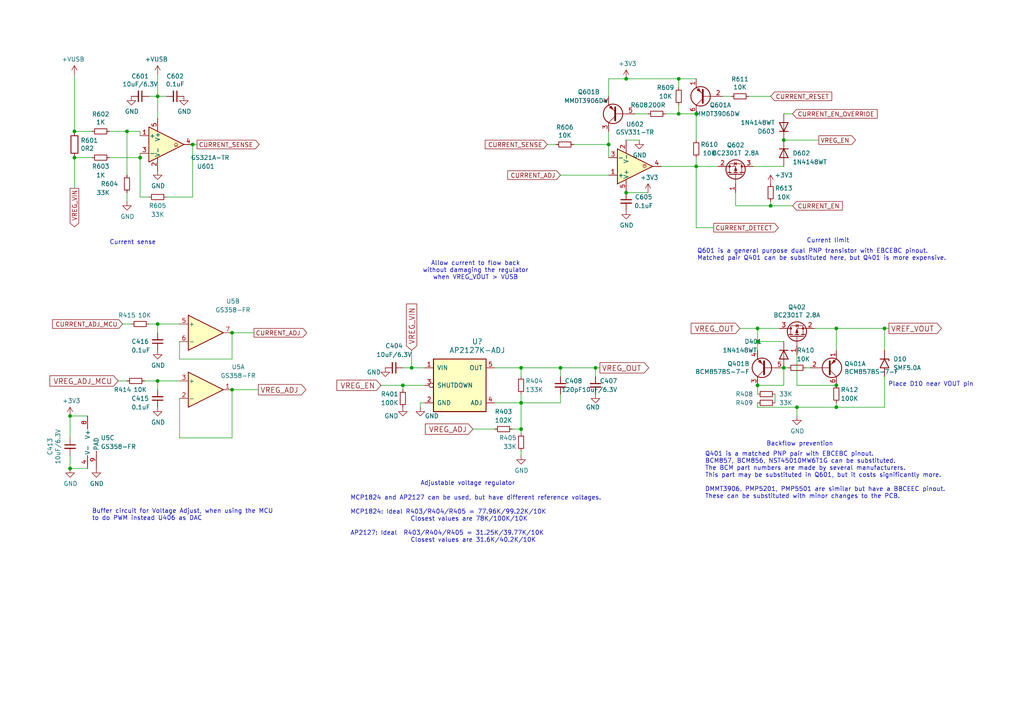
<source format=kicad_sch>
(kicad_sch (version 20250114) (generator "eeschema") (generator_version "9.0")
  (paper "A4")
  (lib_symbols
    (symbol "Amplifier_Operational:LM358_DFN" (pin_names (offset 0.127))
      (property "Reference" "U" (at 0 5.08 0))
      (property "Value" "LM358_DFN" (at 0 -5.08 0))
      (symbol "LM358_DFN_1_1"
        (pin input line (at -7.62 2.54 0) (length 2.54) (name "+") (number "3"))
        (pin input line (at -7.62 -2.54 0) (length 2.54) (name "-") (number "2"))
        (pin output line (at 7.62 0 180) (length 2.54) (name "~") (number "1"))
      )
      (symbol "LM358_DFN_2_1"
        (pin input line (at -7.62 2.54 0) (length 2.54) (name "+") (number "5"))
        (pin input line (at -7.62 -2.54 0) (length 2.54) (name "-") (number "6"))
        (pin output line (at 7.62 0 180) (length 2.54) (name "~") (number "7"))
      )
      (symbol "LM358_DFN_3_1"
        (pin power_in line (at -2.54 7.62 270) (length 3.81) (name "V+") (number "8"))
        (pin power_in line (at -2.54 -7.62 90) (length 3.81) (name "V-") (number "4"))
        (pin power_in line (at 0 -7.62 90) (length 5.08) (name "PAD") (number "9"))
      )
    )
    (symbol "BusPirate-5-rev10-rescue:+3.3V-power" (power) (pin_names (offset 0))
      (property "Value" "+3.3V-power" (at 0 3.556 0))
      (symbol "+3.3V-power_1_1"
        (pin power_in line (at 0 0 90) (length 0) (hide yes) (name "+3V3") (number "1"))
      )
    )
    (symbol "Comparator:LMV331" (pin_names (offset 0.127))
      (property "Reference" "U" (at 1.27 5.08 0))
      (property "Value" "LMV331" (at 3.81 -5.08 0))
      (symbol "LMV331_1_1"
        (pin input line (at -7.62 2.54 0) (length 2.54) (name "+") (number "1"))
        (pin input line (at -7.62 -2.54 0) (length 2.54) (name "-") (number "3"))
        (pin power_in line (at -2.54 7.62 270) (length 3.81) (name "V+") (number "5"))
        (pin power_in line (at -2.54 -7.62 90) (length 3.81) (name "V-") (number "2"))
        (pin open_collector line (at 7.62 0 180) (length 2.54) (name "~") (number "4"))
      )
    )
    (symbol "Device:C_Small" (pin_numbers (hide yes)) (pin_names (offset 0.254) (hide yes))
      (property "Reference" "C" (at 0.254 1.778 0))
      (property "Value" "C_Small" (at 0.254 -2.032 0))
      (symbol "C_Small_1_1"
        (pin passive line (at 0 2.54 270) (length 2.032) (name "~") (number "1"))
        (pin passive line (at 0 -2.54 90) (length 2.032) (name "~") (number "2"))
      )
    )
    (symbol "Device:R" (pin_numbers (hide yes)) (pin_names (offset 0))
      (property "Reference" "R" (at 2.032 0 90))
      (property "Value" "R" (at 0 0 90))
      (symbol "R_1_1"
        (pin passive line (at 0 3.81 270) (length 1.27) (name "~") (number "1"))
        (pin passive line (at 0 -3.81 90) (length 1.27) (name "~") (number "2"))
      )
    )
    (symbol "Device:R_Small" (pin_numbers (hide yes)) (pin_names (offset 0.254) (hide yes))
      (property "Reference" "R" (at 0.762 0.508 0))
      (property "Value" "R_Small" (at 0.762 -1.016 0))
      (symbol "R_Small_1_1"
        (pin passive line (at 0 2.54 270) (length 0.762) (name "~") (number "1"))
        (pin passive line (at 0 -2.54 90) (length 0.762) (name "~") (number "2"))
      )
    )
    (symbol "Diode:1N4148WS" (pin_numbers (hide yes)) (pin_names (hide yes))
      (property "Reference" "D" (at 0 2.54 0))
      (property "Value" "1N4148WS" (at 0 -2.54 0))
      (symbol "1N4148WS_1_1"
        (pin passive line (at -3.81 0 0) (length 2.54) (name "K") (number "1"))
        (pin passive line (at 3.81 0 180) (length 2.54) (name "A") (number "2"))
      )
    )
    (symbol "Diode:SMAJ5.0A" (pin_numbers (hide yes)) (pin_names (offset 1.016) (hide yes))
      (property "Reference" "D" (at 0 2.54 0))
      (property "Value" "SMAJ5.0A" (at 0 -2.54 0))
      (symbol "SMAJ5.0A_1_1"
        (pin passive line (at -3.81 0 0) (length 2.54) (name "A1") (number "1"))
        (pin passive line (at 3.81 0 180) (length 2.54) (name "A2") (number "2"))
      )
    )
    (symbol "Transistor_FET:BSS84" (pin_names (hide yes))
      (property "Reference" "Q" (at 5.08 1.905 0))
      (property "Value" "BSS84" (at 5.08 0 0))
      (symbol "BSS84_1_1"
        (pin input line (at -5.08 0 0) (length 2.54) (name "G") (number "1"))
        (pin passive line (at 2.54 5.08 270) (length 2.54) (name "D") (number "3"))
        (pin passive line (at 2.54 -5.08 90) (length 2.54) (name "S") (number "2"))
      )
    )
    (symbol "dp-power:+VUSB" (power) (pin_names (offset 1.016))
      (property "Value" "+VUSB" (at 0 5.08 0))
      (symbol "+VUSB_1_1"
        (pin power_in line (at 0 0 90) (length 0) (hide yes) (name "+VUSB") (number "1"))
      )
    )
    (symbol "dp-vreg:MCP1824" (pin_names (offset 1.016))
      (property "Reference" "U" (at 0 12.7 0))
      (property "Value" "MCP1824" (at 0 10.16 0))
      (symbol "MCP1824_1_1"
        (pin input line (at -10.16 5.08 0) (length 2.54) (name "VIN") (number "1"))
        (pin input inverted (at -10.16 0 0) (length 2.54) (name "SHUTDOWN") (number "3"))
        (pin input line (at -10.16 -5.08 0) (length 2.54) (name "GND") (number "2"))
        (pin power_out line (at 10.16 5.08 180) (length 2.54) (name "OUT") (number "5"))
        (pin input line (at 10.16 -5.08 180) (length 2.54) (name "ADJ") (number "4"))
      )
    )
    (symbol "kicad5-device:Q_DUAL_PNP_PNP_E1B1C2E2B2C1" (pin_names (offset 0) (hide yes))
      (property "Reference" "Q" (at 5.08 1.27 0))
      (property "Value" "Q_DUAL_PNP_PNP_E1B1C2E2B2C1" (at 5.08 -1.27 0))
      (symbol "Q_DUAL_PNP_PNP_E1B1C2E2B2C1_1_1"
        (pin input line (at -5.08 0 0) (length 2.54) (name "B1") (number "2"))
        (pin passive line (at 2.54 5.08 270) (length 2.54) (name "C1") (number "6"))
        (pin passive line (at 2.54 -5.08 90) (length 2.54) (name "E1") (number "1"))
      )
      (symbol "Q_DUAL_PNP_PNP_E1B1C2E2B2C1_2_1"
        (pin input line (at -5.08 0 0) (length 2.54) (name "B2") (number "5"))
        (pin passive line (at 2.54 5.08 270) (length 2.54) (name "C2") (number "3"))
        (pin passive line (at 2.54 -5.08 90) (length 2.54) (name "E2") (number "4"))
      )
    )
    (symbol "power:GND" (power) (pin_names (offset 0))
      (property "Value" "GND" (at 0 -3.81 0))
      (symbol "GND_1_1"
        (pin power_in line (at 0 0 270) (length 0) (hide yes) (name "GND") (number "1"))
      )
    )
  )
  (text "Adjustable voltage regulator" (at 121.92 140.97 0) (effects (font (size 1.27 1.27)) (justify left bottom)))
  (text "Backflow prevention" (at 222.25 129.54 0) (effects (font (size 1.27 1.27)) (justify left bottom)))
  (text "Q401 is a matched PNP pair with EBCEBC pinout.\nBCM857, BCM856, NST45010MW6T1G can be substituted. \nThe BCM part numbers are made by several manufacturers.\nThis part may be substituted in Q601, but it costs significantly more.\n\nDMMT3906, PMP5201, PMP5501 are similar but have a BBCEEC pinout.\nThese can be substituted with minor changes to the PCB." (at 204.47 144.78 0) (effects (font (size 1.27 1.27)) (justify left bottom)))
  (text "Current sense" (at 31.75 71.12 0) (effects (font (size 1.27 1.27)) (justify left bottom)))
  (text "Place D10 near VOUT pin" (at 270.002 111.506 0) (effects (font (size 1.27 1.27))))
  (text "Allow current to flow back\nwithout damaging the regulator\nwhen VREG_VOUT > VUSB" (at 137.922 78.486 0) (effects (font (size 1.27 1.27))))
  (text "MCP1824 and AP2127 can be used, but have different reference voltages.\n\nMCP1824: Ideal R403/R404/R405 = 77.96K/99.22K/10K\n                  Closest values are 78K/100K/10K\n\nAP2127: Ideal  R403/R404/R405 = 31.25K/39.77K/10K\n                  Closest values are 31.6K/40.2K/10K" (at 101.6 157.48 0) (effects (font (size 1.27 1.27)) (justify left bottom)))
  (text "Current limit" (at 233.934 70.612 0) (effects (font (size 1.27 1.27)) (justify left bottom)))
  (text "Buffer circuit for Voltage Adjust, when using the MCU\nto do PWM instead U406 as DAC" (at 26.67 151.13 0) (effects (font (size 1.27 1.27)) (justify left bottom)))
  (text "Q601 is a general purpose dual PNP transistor with EBCEBC pinout. \nMatched pair Q401 can be substituted here, but Q401 is more expensive.\n" (at 202.184 75.692 0) (effects (font (size 1.27 1.27)) (justify left bottom)))
  (junction (at 219.71 95.25))
  (junction (at 201.93 48.26))
  (junction (at 151.13 106.68))
  (junction (at 227.33 40.64))
  (junction (at 242.57 111.76))
  (junction (at 201.93 33.02))
  (junction (at 231.14 118.11))
  (junction (at 162.56 106.68))
  (junction (at 116.84 111.76))
  (junction (at 219.71 111.76))
  (junction (at 242.57 95.25))
  (junction (at 256.54 95.25))
  (junction (at 20.32 120.65))
  (junction (at 181.61 22.86))
  (junction (at 196.85 33.02))
  (junction (at 45.72 27.94))
  (junction (at 21.59 38.1))
  (junction (at 67.31 113.03))
  (junction (at 40.64 45.72))
  (junction (at 151.13 124.46))
  (junction (at 45.72 93.98))
  (junction (at 119.38 106.68))
  (junction (at 45.72 110.49))
  (junction (at 181.61 55.88))
  (junction (at 172.72 106.68))
  (junction (at 219.71 99.06))
  (junction (at 55.88 41.91))
  (junction (at 242.57 118.11))
  (junction (at 20.32 135.89))
  (junction (at 176.53 41.91))
  (junction (at 227.33 106.68))
  (junction (at 36.83 38.1))
  (junction (at 151.13 116.84))
  (junction (at 196.85 22.86))
  (junction (at 21.59 45.72))
  (junction (at 67.31 96.52))
  (junction (at 223.52 59.69))
  (wire (pts (xy 213.36 59.69) (xy 213.36 55.88)))
  (wire (pts (xy 227.33 106.68) (xy 227.33 111.76)))
  (wire (pts (xy 26.67 45.72) (xy 21.59 45.72)))
  (wire (pts (xy 151.13 132.08) (xy 151.13 130.81)))
  (wire (pts (xy 176.53 50.8) (xy 162.56 50.8)))
  (wire (pts (xy 20.32 132.08) (xy 20.32 135.89)))
  (wire (pts (xy 67.31 127) (xy 67.31 113.03)))
  (wire (pts (xy 176.53 41.91) (xy 176.53 45.72)))
  (wire (pts (xy 52.07 110.49) (xy 45.72 110.49)))
  (wire (pts (xy 223.52 27.94) (xy 217.17 27.94)))
  (wire (pts (xy 151.13 125.73) (xy 151.13 124.46)))
  (wire (pts (xy 20.32 120.65) (xy 20.32 127)))
  (wire (pts (xy 166.37 41.91) (xy 176.53 41.91)))
  (wire (pts (xy 181.61 22.86) (xy 176.53 22.86)))
  (wire (pts (xy 31.75 38.1) (xy 36.83 38.1)))
  (wire (pts (xy 233.68 106.68) (xy 234.95 106.68)))
  (wire (pts (xy 161.29 41.91) (xy 158.75 41.91)))
  (wire (pts (xy 151.13 116.84) (xy 162.56 116.84)))
  (wire (pts (xy 242.57 111.76) (xy 231.14 111.76)))
  (wire (pts (xy 191.77 48.26) (xy 201.93 48.26)))
  (wire (pts (xy 45.72 93.98) (xy 45.72 96.52)))
  (wire (pts (xy 123.19 116.84) (xy 121.92 116.84)))
  (wire (pts (xy 40.64 38.1) (xy 40.64 39.37)))
  (wire (pts (xy 67.31 104.14) (xy 67.31 96.52)))
  (wire (pts (xy 40.64 57.15) (xy 40.64 45.72)))
  (wire (pts (xy 45.72 27.94) (xy 45.72 21.59)))
  (wire (pts (xy 21.59 38.1) (xy 21.59 21.59)))
  (wire (pts (xy 151.13 116.84) (xy 151.13 114.3)))
  (wire (pts (xy 116.84 111.76) (xy 110.49 111.76)))
  (wire (pts (xy 187.96 33.02) (xy 184.15 33.02)))
  (wire (pts (xy 193.04 33.02) (xy 196.85 33.02)))
  (wire (pts (xy 151.13 109.22) (xy 151.13 106.68)))
  (wire (pts (xy 226.06 95.25) (xy 219.71 95.25)))
  (wire (pts (xy 172.72 106.68) (xy 173.99 106.68)))
  (wire (pts (xy 231.14 120.65) (xy 231.14 118.11)))
  (wire (pts (xy 196.85 33.02) (xy 201.93 33.02)))
  (wire (pts (xy 43.18 57.15) (xy 40.64 57.15)))
  (wire (pts (xy 201.93 66.04) (xy 201.93 48.26)))
  (wire (pts (xy 36.83 55.88) (xy 36.83 58.42)))
  (wire (pts (xy 256.54 95.25) (xy 257.81 95.25)))
  (wire (pts (xy 55.88 41.91) (xy 55.88 57.15)))
  (wire (pts (xy 137.16 124.46) (xy 143.51 124.46)))
  (wire (pts (xy 256.54 118.11) (xy 242.57 118.11)))
  (wire (pts (xy 21.59 45.72) (xy 21.59 54.61)))
  (wire (pts (xy 55.88 57.15) (xy 48.26 57.15)))
  (wire (pts (xy 67.31 96.52) (xy 73.66 96.52)))
  (wire (pts (xy 52.07 99.06) (xy 52.07 104.14)))
  (wire (pts (xy 236.22 95.25) (xy 242.57 95.25)))
  (wire (pts (xy 143.51 106.68) (xy 151.13 106.68)))
  (wire (pts (xy 213.36 59.69) (xy 223.52 59.69)))
  (wire (pts (xy 229.87 59.69) (xy 223.52 59.69)))
  (wire (pts (xy 181.61 22.86) (xy 196.85 22.86)))
  (wire (pts (xy 219.71 101.6) (xy 219.71 99.06)))
  (wire (pts (xy 162.56 116.84) (xy 162.56 114.3)))
  (wire (pts (xy 242.57 116.84) (xy 242.57 118.11)))
  (wire (pts (xy 196.85 22.86) (xy 201.93 22.86)))
  (wire (pts (xy 151.13 106.68) (xy 162.56 106.68)))
  (wire (pts (xy 40.64 44.45) (xy 40.64 45.72)))
  (wire (pts (xy 214.63 95.25) (xy 219.71 95.25)))
  (wire (pts (xy 181.61 55.88) (xy 187.96 55.88)))
  (wire (pts (xy 201.93 48.26) (xy 201.93 45.72)))
  (wire (pts (xy 218.44 48.26) (xy 227.33 48.26)))
  (wire (pts (xy 119.38 101.6) (xy 119.38 106.68)))
  (wire (pts (xy 231.14 118.11) (xy 219.71 118.11)))
  (wire (pts (xy 172.72 106.68) (xy 172.72 109.22)))
  (wire (pts (xy 55.88 41.91) (xy 57.15 41.91)))
  (wire (pts (xy 151.13 124.46) (xy 151.13 116.84)))
  (wire (pts (xy 212.09 27.94) (xy 209.55 27.94)))
  (wire (pts (xy 181.61 40.64) (xy 185.42 40.64)))
  (wire (pts (xy 207.01 66.04) (xy 201.93 66.04)))
  (wire (pts (xy 237.49 40.64) (xy 227.33 40.64)))
  (wire (pts (xy 219.71 111.76) (xy 219.71 114.3)))
  (wire (pts (xy 176.53 27.94) (xy 176.53 22.86)))
  (wire (pts (xy 45.72 113.03) (xy 45.72 110.49)))
  (wire (pts (xy 52.07 115.57) (xy 52.07 127)))
  (wire (pts (xy 224.79 114.3) (xy 224.79 116.84)))
  (wire (pts (xy 116.84 106.68) (xy 119.38 106.68)))
  (wire (pts (xy 116.84 113.03) (xy 116.84 111.76)))
  (wire (pts (xy 52.07 127) (xy 67.31 127)))
  (wire (pts (xy 143.51 116.84) (xy 151.13 116.84)))
  (wire (pts (xy 26.67 38.1) (xy 21.59 38.1)))
  (wire (pts (xy 231.14 111.76) (xy 231.14 102.87)))
  (wire (pts (xy 45.72 93.98) (xy 52.07 93.98)))
  (wire (pts (xy 119.38 106.68) (xy 123.19 106.68)))
  (wire (pts (xy 52.07 104.14) (xy 67.31 104.14)))
  (wire (pts (xy 148.59 124.46) (xy 151.13 124.46)))
  (wire (pts (xy 176.53 38.1) (xy 176.53 41.91)))
  (wire (pts (xy 227.33 99.06) (xy 219.71 99.06)))
  (wire (pts (xy 36.83 50.8) (xy 36.83 38.1)))
  (wire (pts (xy 45.72 110.49) (xy 41.91 110.49)))
  (wire (pts (xy 74.93 113.03) (xy 67.31 113.03)))
  (wire (pts (xy 123.19 111.76) (xy 116.84 111.76)))
  (wire (pts (xy 201.93 40.64) (xy 201.93 33.02)))
  (wire (pts (xy 196.85 25.4) (xy 196.85 22.86)))
  (wire (pts (xy 256.54 95.25) (xy 256.54 101.6)))
  (wire (pts (xy 219.71 111.76) (xy 227.33 111.76)))
  (wire (pts (xy 242.57 95.25) (xy 242.57 101.6)))
  (wire (pts (xy 162.56 109.22) (xy 162.56 106.68)))
  (wire (pts (xy 162.56 106.68) (xy 172.72 106.68)))
  (wire (pts (xy 208.28 48.26) (xy 201.93 48.26)))
  (wire (pts (xy 219.71 116.84) (xy 219.71 118.11)))
  (wire (pts (xy 36.83 110.49) (xy 34.29 110.49)))
  (wire (pts (xy 228.6 106.68) (xy 227.33 106.68)))
  (wire (pts (xy 40.64 45.72) (xy 31.75 45.72)))
  (wire (pts (xy 196.85 30.48) (xy 196.85 33.02)))
  (wire (pts (xy 219.71 99.06) (xy 219.71 95.25)))
  (wire (pts (xy 43.18 27.94) (xy 45.72 27.94)))
  (wire (pts (xy 36.83 38.1) (xy 40.64 38.1)))
  (wire (pts (xy 256.54 109.22) (xy 256.54 118.11)))
  (wire (pts (xy 20.32 120.65) (xy 25.4 120.65)))
  (wire (pts (xy 45.72 27.94) (xy 45.72 34.29)))
  (wire (pts (xy 223.52 58.42) (xy 223.52 59.69)))
  (wire (pts (xy 43.18 93.98) (xy 45.72 93.98)))
  (wire (pts (xy 229.87 33.02) (xy 227.33 33.02)))
  (wire (pts (xy 121.92 116.84) (xy 121.92 118.11)))
  (wire (pts (xy 242.57 95.25) (xy 256.54 95.25)))
  (wire (pts (xy 45.72 27.94) (xy 48.26 27.94)))
  (wire (pts (xy 242.57 118.11) (xy 231.14 118.11)))
  (wire (pts (xy 20.32 135.89) (xy 25.4 135.89)))
  (wire (pts (xy 38.1 93.98) (xy 35.56 93.98)))
  (global_label "CURRENT_ADJ" (shape input) (at 162.56 50.8 180) (property "Intersheetrefs" "${INTERSHEET_REFS}" (effects (hide yes))))
  (global_label "VREG_OUT" (shape input) (at 214.63 95.25 180) (effects (font (size 1.524 1.524))) (property "Intersheetrefs" "${INTERSHEET_REFS}" (effects (hide yes))))
  (global_label "VREG_VIN" (shape output) (at 21.59 54.61 270) (property "Intersheetrefs" "${INTERSHEET_REFS}" (effects (hide yes))))
  (global_label "VREG_ADJ" (shape output) (at 74.93 113.03 0) (effects (font (size 1.524 1.524))) (property "Intersheetrefs" "${INTERSHEET_REFS}" (effects (hide yes))))
  (global_label "CURRENT_ADJ" (shape output) (at 73.66 96.52 0) (property "Intersheetrefs" "${INTERSHEET_REFS}" (effects (hide yes))))
  (global_label "CURRENT_DETECT" (shape output) (at 207.01 66.04 0) (property "Intersheetrefs" "${INTERSHEET_REFS}" (effects (hide yes))))
  (global_label "VREG_ADJ" (shape input) (at 137.16 124.46 180) (effects (font (size 1.524 1.524))) (property "Intersheetrefs" "${INTERSHEET_REFS}" (effects (hide yes))))
  (global_label "VREG_EN" (shape output) (at 237.49 40.64 0) (property "Intersheetrefs" "${INTERSHEET_REFS}" (effects (hide yes))))
  (global_label "VREG_OUT" (shape output) (at 173.99 106.68 0) (effects (font (size 1.524 1.524))) (property "Intersheetrefs" "${INTERSHEET_REFS}" (effects (hide yes))))
  (global_label "VREF_VOUT" (shape output) (at 257.81 95.25 0) (effects (font (size 1.524 1.524))) (property "Intersheetrefs" "${INTERSHEET_REFS}" (effects (hide yes))))
  (global_label "CURRENT_SENSE" (shape input) (at 158.75 41.91 180) (property "Intersheetrefs" "${INTERSHEET_REFS}" (effects (hide yes))))
  (global_label "VREG_EN" (shape input) (at 110.49 111.76 180) (effects (font (size 1.524 1.524))) (property "Intersheetrefs" "${INTERSHEET_REFS}" (effects (hide yes))))
  (global_label "VREG_ADJ_MCU" (shape input) (at 34.29 110.49 180) (effects (font (size 1.524 1.524))) (property "Intersheetrefs" "${INTERSHEET_REFS}" (effects (hide yes))))
  (global_label "CURRENT_SENSE" (shape output) (at 57.15 41.91 0) (property "Intersheetrefs" "${INTERSHEET_REFS}" (effects (hide yes))))
  (global_label "VREG_VIN" (shape input) (at 119.38 101.6 90) (effects (font (size 1.524 1.524))) (property "Intersheetrefs" "${INTERSHEET_REFS}" (effects (hide yes))))
  (global_label "CURRENT_EN" (shape input) (at 229.87 59.69 0) (property "Intersheetrefs" "${INTERSHEET_REFS}" (effects (hide yes))))
  (global_label "CURRENT_EN_OVERRIDE" (shape input) (at 229.87 33.02 0) (property "Intersheetrefs" "${INTERSHEET_REFS}" (effects (hide yes))))
  (global_label "CURRENT_RESET" (shape input) (at 223.52 27.94 0) (property "Intersheetrefs" "${INTERSHEET_REFS}" (effects (hide yes))))
  (global_label "CURRENT_ADJ_MCU" (shape input) (at 35.56 93.98 180) (property "Intersheetrefs" "${INTERSHEET_REFS}" (effects (hide yes))))
  (symbol (lib_id "dp-vreg:MCP1824") (at 133.35 111.76 0) (unit 1)
    (property "Reference" "U403" (at 138.43 99.06 0) (effects (font (size 1.524 1.524))))
    (property "Value" "AP2127K-ADJ" (at 138.43 101.6 0) (effects (font (size 1.524 1.524))))
    (property "Footprint" "Package_TO_SOT_SMD:SOT-23-5" (effects (hide yes)))
    (property "RMB" "2.68" (effects (hide yes)))
    (property "Supplier" " https://item.szlcsc.com/157049.html" (effects (hide yes)))
    (property "szlcsc_partnumber" "C96343" (effects (hide yes)))
    (property "szlcsc_url" "https://item.szlcsc.com/97547.html?fromZone=s_s__%2522AP2127K-ADJ%2522&spm=sc.gb.xh1.zy.n___sc.gb.hd.ss&lcsc_vid=RlENUlJWE1QKBlBWRAVaUFNTT1leBQZXRFNcVAVQQVAxVlNSRFRcV1ZTQFNZVDsOAxUeFF5JWAgaAglIBBsCBBcFWQIBCks%3D" (effects (hide yes)))
    (instances (project "REV0" (path "" (reference "U?") (unit 1)) (path "" (reference "U403") (unit 1))))
  )
  (symbol (lib_id "power:GND") (at 121.92 118.11 0) (unit 1)
    (property "Reference" "#PWR0412" (effects (hide yes)))
    (property "Value" "GND" (at 123.19 120.65 0) (effects (justify left)))
  )
  (symbol (lib_id "Device:C_Small") (at 172.72 111.76 0) (unit 1)
    (property "Reference" "C407" (at 179.07 110.49 0) (effects (justify right)))
    (property "Value" "10uF/6.3V" (at 179.07 113.03 0) (effects (justify right)))
    (property "Footprint" "Capacitor_SMD:C_0402_1005Metric" (effects (hide yes)))
    (property "Description" "CL05A106MQ5NUNC" (effects (hide yes)))
    (property "RMB" "0.037726" (effects (hide yes)))
    (property "Supplier" "https://item.szlcsc.com/1877.html" (effects (hide yes)))
    (property "MANUFACTURER" "Samsung" (effects (hide yes)))
    (property "szlcsc_partnumber" "C15525" (effects (hide yes)))
    (property "szlcsc_url" "https://item.szlcsc.com/16204.html?fromZone=s_s__%2522CL05A106MQ5NUNC%2522&spm=sc.gb.xh1.zy.n___sc.gb.hd.ss&lcsc_vid=RlENUlJWE1QKBlBWRAVaUFNTT1leBQZXRFNcVAVQQVAxVlNSRFRfXlxWQ1hXUDsOAxUeFF5JWAgaAglIBBsCBBcFWQIBCks%3D" (effects (hide yes)))
  )
  (symbol (lib_id "power:GND") (at 172.72 114.3 0) (unit 1)
    (property "Reference" "#PWR0419" (effects (hide yes)))
    (property "Value" "GND" (at 173.99 118.11 0) (effects (justify right)))
  )
  (symbol (lib_id "Device:C_Small") (at 114.3 106.68 270) (unit 1)
    (property "Reference" "C404" (at 114.3 100.33 90))
    (property "Value" "10uF/6.3V" (at 114.3 102.87 90))
    (property "Footprint" "Capacitor_SMD:C_0402_1005Metric" (effects (hide yes)))
    (property "Description" "CL05A106MQ5NUNC" (effects (hide yes)))
    (property "RMB" "0.037726" (effects (hide yes)))
    (property "Supplier" "https://item.szlcsc.com/1877.html" (effects (hide yes)))
    (property "MANUFACTURER" "Samsung" (effects (hide yes)))
    (property "szlcsc_partnumber" "C15525" (effects (hide yes)))
    (property "szlcsc_url" "https://item.szlcsc.com/16204.html?fromZone=s_s__%2522CL05A106MQ5NUNC%2522&spm=sc.gb.xh1.zy.n___sc.gb.hd.ss&lcsc_vid=RlENUlJWE1QKBlBWRAVaUFNTT1leBQZXRFNcVAVQQVAxVlNSRFRfXlxWQ1hXUDsOAxUeFF5JWAgaAglIBBsCBBcFWQIBCks%3D" (effects (hide yes)))
  )
  (symbol (lib_id "power:GND") (at 111.76 106.68 0) (unit 1)
    (property "Reference" "#PWR0410" (effects (hide yes)))
    (property "Value" "GND" (at 110.49 107.95 0) (effects (justify right)))
  )
  (symbol (lib_id "Device:R_Small") (at 116.84 115.57 0) (unit 1)
    (property "Reference" "R401" (at 115.57 114.3 0) (effects (justify right)))
    (property "Value" "100K" (at 115.57 116.84 0) (effects (justify right)))
    (property "Footprint" "Resistor_SMD:R_0402_1005Metric" (effects (hide yes)))
    (property "RMB" "0.005749" (effects (hide yes)))
    (property "Supplier" "https://item.szlcsc.com/61543.html" (effects (hide yes)))
    (property "szlcsc_partnumber" "C25741" (effects (hide yes)))
    (property "szlcsc_url" "https://item.szlcsc.com/26484.html?fromZone=s_s__%2522100K%25200402%2522&spm=sc.gb.xh1.zy.n&lcsc_vid=RlENUlJWE1QKBlBWRAVaUFNTT1leBQZXRFNcVAVQQVAxVlNSRFRcV1ZTQFNZVDsOAxUeFF5JWAgaAglIBBsCBBcFWQIBCks%3D" (effects (hide yes)))
  )
  (symbol (lib_id "power:GND") (at 116.84 118.11 0) (unit 1)
    (property "Reference" "#PWR0411" (effects (hide yes)))
    (property "Value" "GND" (at 115.57 120.65 0) (effects (justify right)))
  )
  (symbol (lib_id "Device:R_Small") (at 151.13 111.76 0) (unit 1)
    (property "Reference" "R404" (at 152.4 110.49 0) (effects (justify left)))
    (property "Value" "133K" (at 152.4 113.03 0) (effects (justify left)))
    (property "Footprint" "Resistor_SMD:R_0402_1005Metric" (effects (hide yes)))
    (property "RMB" "0.005749" (effects (hide yes)))
    (property "Supplier" "https://item.szlcsc.com/61543.html" (effects (hide yes)))
    (property "szlcsc_partnumber" "C25753" (effects (hide yes)))
    (property "szlcsc_url" "https://item.szlcsc.com/26496.html?fromZone=s_s__%2522133K%25200402%2522&spm=sc.gb.xh4.zy.n___sc.gb.hd.ss&lcsc_vid=RlENUlJWE1QKBlBWRAVaUFNTT1leBQZXRFNcVAVQQVAxVlNSRFRcV1ZTQFNZVDsOAxUeFF5JWAgaAglIBBsCBBcFWQIBCks%3D" (effects (hide yes)))
  )
  (symbol (lib_id "Device:R_Small") (at 151.13 128.27 0) (unit 1)
    (property "Reference" "R405" (at 149.86 127 0) (effects (justify right)))
    (property "Value" "33K" (at 149.86 129.54 0) (effects (justify right)))
    (property "Footprint" "Resistor_SMD:R_0402_1005Metric" (effects (hide yes)))
    (property "RMB" "0.004864" (effects (hide yes)))
    (property "Supplier" "https://item.szlcsc.com/61542.html" (effects (hide yes)))
    (property "szlcsc_partnumber" "C25779" (effects (hide yes)))
    (property "szlcsc_url" "https://item.szlcsc.com/26522.html?fromZone=s_s__%252233K%25200402%2522&spm=sc.gb.xh2.zy.n___sc.gb.hd.ss&lcsc_vid=RlENUlJWE1QKBlBWRAVaUFNTT1leBQZXRFNcVAVQQVAxVlNSRFRcV1ZTQFNZVDsOAxUeFF5JWAgaAglIBBsCBBcFWQIBCks%3D" (effects (hide yes)))
  )
  (symbol (lib_id "Device:R_Small") (at 146.05 124.46 90) (unit 1)
    (property "Reference" "R403" (at 146.05 119.38 90))
    (property "Value" "102K" (at 146.05 121.92 90))
    (property "Footprint" "Resistor_SMD:R_0402_1005Metric" (effects (hide yes)))
    (property "RMB" "0.005944" (effects (hide yes)))
    (property "Supplier" "https://item.szlcsc.com/174835.html" (effects (hide yes)))
    (property "szlcsc_partnumber" "C26991" (effects (hide yes)))
    (property "szlcsc_url" "https://item.szlcsc.com/27740.html?fromZone=s_s__%2522102K%25200402%2522&spm=sc.gb.xh3.zy.n___sc.gb.hd.ss&lcsc_vid=RlENUlJWE1QKBlBWRAVaUFNTT1leBQZXRFNcVAVQQVAxVlNSRFRcV1ZTQFNZVDsOAxUeFF5JWAgaAglIBBsCBBcFWQIBCks%3D" (effects (hide yes)))
  )
  (symbol (lib_id "power:GND") (at 151.13 132.08 0) (unit 1)
    (property "Reference" "#PWR0417" (effects (hide yes)))
    (property "Value" "GND" (at 151.257 136.4742 0))
  )
  (symbol (lib_id "Device:R_Small") (at 29.21 38.1 270) (unit 1)
    (property "Reference" "R602" (at 29.21 33.1216 90))
    (property "Value" "1K" (at 29.21 35.433 90))
    (property "Footprint" "Resistor_SMD:R_0402_1005Metric" (effects (hide yes)))
    (property "RMB" "0.005622" (effects (hide yes)))
    (property "Supplier" "https://item.szlcsc.com/107450.html" (effects (hide yes)))
    (property "szlcsc_partnumber" "C11702" (effects (hide yes)))
    (property "szlcsc_url" "https://item.szlcsc.com/12256.html?fromZone=s_s__%25221K%25200402%2522&spm=sc.gb.xh1.zy.n&lcsc_vid=RlENUlJWE1QKBlBWRAVaUFNTT1leBQZXRFNcVAVQQVAxVlNSRFRcV1VURlNcVTsOAxUeFF5JWAgaAglIBBsCBBcFWQIBCks%3D" (effects (hide yes)))
  )
  (symbol (lib_id "Device:R") (at 21.59 41.91 0) (unit 1)
    (property "Reference" "R601" (at 23.368 40.7416 0) (effects (justify left)))
    (property "Value" "0R2" (at 23.368 43.053 0) (effects (justify left)))
    (property "Footprint" "Resistor_SMD:R_2512_6332Metric_Pad1.40x3.35mm_HandSolder" (effects (hide yes)))
    (property "RMB" "0.418328" (effects (hide yes)))
    (property "Supplier" "https://item.szlcsc.com/464030.html" (effects (hide yes)))
  )
  (symbol (lib_id "Device:R_Small") (at 29.21 45.72 270) (unit 1)
    (property "Reference" "R603" (at 29.21 48.26 90))
    (property "Value" "1K" (at 29.21 50.8 90))
    (property "Footprint" "Resistor_SMD:R_0402_1005Metric" (effects (hide yes)))
    (property "RMB" "0.005622" (effects (hide yes)))
    (property "Supplier" "https://item.szlcsc.com/107450.html" (effects (hide yes)))
    (property "szlcsc_partnumber" "C11702" (effects (hide yes)))
    (property "szlcsc_url" "https://item.szlcsc.com/12256.html?fromZone=s_s__%25221K%25200402%2522&spm=sc.gb.xh1.zy.n&lcsc_vid=RlENUlJWE1QKBlBWRAVaUFNTT1leBQZXRFNcVAVQQVAxVlNSRFRcV1VURlNcVTsOAxUeFF5JWAgaAglIBBsCBBcFWQIBCks%3D" (effects (hide yes)))
  )
  (symbol (lib_id "Device:R_Small") (at 36.83 53.34 180) (unit 1)
    (property "Reference" "R604" (at 29.21 53.34 0) (effects (justify right)))
    (property "Value" "33K" (at 27.94 55.88 0) (effects (justify right)))
    (property "Footprint" "Resistor_SMD:R_0402_1005Metric" (effects (hide yes)))
    (property "RMB" "0.005541" (effects (hide yes)))
    (property "Supplier" "https://item.szlcsc.com/141563.html" (effects (hide yes)))
    (property "szlcsc_partnumber" "C25779" (effects (hide yes)))
    (property "szlcsc_url" "https://item.szlcsc.com/26522.html?fromZone=s_s__%252233K%25200402%2522&spm=sc.gb.xh2.zy.n___sc.gb.hd.ss&lcsc_vid=RlENUlJWE1QKBlBWRAVaUFNTT1leBQZXRFNcVAVQQVAxVlNSRFRcV1ZTQFNZVDsOAxUeFF5JWAgaAglIBBsCBBcFWQIBCks%3D" (effects (hide yes)))
  )
  (symbol (lib_id "power:GND") (at 36.83 58.42 0) (unit 1)
    (property "Reference" "#PWR0602" (effects (hide yes)))
    (property "Value" "GND" (at 36.957 62.8142 0))
  )
  (symbol (lib_id "power:GND") (at 45.72 49.53 0) (unit 1)
    (property "Reference" "#PWR0605" (effects (hide yes)))
    (property "Value" "GND" (at 45.847 53.9242 0))
  )
  (symbol (lib_id "Device:R_Small") (at 45.72 57.15 270) (unit 1)
    (property "Reference" "R605" (at 45.72 59.69 90))
    (property "Value" "33K" (at 45.72 62.23 90))
    (property "Footprint" "Resistor_SMD:R_0402_1005Metric" (effects (hide yes)))
    (property "RMB" "0.005541" (effects (hide yes)))
    (property "Supplier" "https://item.szlcsc.com/141563.html" (effects (hide yes)))
    (property "szlcsc_partnumber" "C25779" (effects (hide yes)))
    (property "szlcsc_url" "https://item.szlcsc.com/26522.html?fromZone=s_s__%252233K%25200402%2522&spm=sc.gb.xh2.zy.n___sc.gb.hd.ss&lcsc_vid=RlENUlJWE1QKBlBWRAVaUFNTT1leBQZXRFNcVAVQQVAxVlNSRFRcV1ZTQFNZVDsOAxUeFF5JWAgaAglIBBsCBBcFWQIBCks%3D" (effects (hide yes)))
  )
  (symbol (lib_id "Device:C_Small") (at 50.8 27.94 270) (unit 1)
    (property "Reference" "C602" (at 50.8 22.1234 90))
    (property "Value" "0.1uF" (at 50.8 24.4348 90))
    (property "Footprint" "Capacitor_SMD:C_0402_1005Metric" (effects (hide yes)))
    (property "RMB" "0.00628" (effects (hide yes)))
    (property "Supplier" "https://item.szlcsc.com/1877.html" (effects (hide yes)))
    (property "szlcsc_partnumber" "C1525" (effects (hide yes)))
    (property "szlcsc_url" "https://item.szlcsc.com/1877.html?fromZone=s_s__%25220.1uF%25200402%2522&spm=sc.gb.xh2.zy.n&lcsc_vid=RlENUlJWE1QKBlBWRAVaUFNTT1leBQZXRFNcVAVQQVAxVlNSRFRfXlBUQ1ZeVzsOAxUeFF5JWAgaAglIBBsCBBcFWQIBCks%3D" (effects (hide yes)))
  )
  (symbol (lib_id "Device:C_Small") (at 40.64 27.94 270) (unit 1)
    (property "Reference" "C601" (at 40.64 22.1234 90))
    (property "Value" "10uF/6.3V" (at 40.64 24.4348 90))
    (property "Footprint" "Capacitor_SMD:C_0402_1005Metric" (effects (hide yes)))
    (property "Description" "CL05A106MQ5NUNC" (effects (hide yes)))
    (property "RMB" "0.043101" (effects (hide yes)))
    (property "Supplier" "https://item.szlcsc.com/108589.html" (effects (hide yes)))
    (property "MANUFACTURER" "Samsung" (effects (hide yes)))
    (property "szlcsc_partnumber" "C15525" (effects (hide yes)))
    (property "szlcsc_url" "https://item.szlcsc.com/16204.html?fromZone=s_s__%2522CL05A106MQ5NUNC%2522&spm=sc.gb.xh1.zy.n___sc.gb.hd.ss&lcsc_vid=RlENUlJWE1QKBlBWRAVaUFNTT1leBQZXRFNcVAVQQVAxVlNSRFRfXlxWQ1hXUDsOAxUeFF5JWAgaAglIBBsCBBcFWQIBCks%3D" (effects (hide yes)))
  )
  (symbol (lib_id "power:GND") (at 53.34 27.94 0) (unit 1)
    (property "Reference" "#PWR0606" (effects (hide yes)))
    (property "Value" "GND" (at 53.467 32.3342 0))
  )
  (symbol (lib_id "power:GND") (at 38.1 27.94 0) (unit 1)
    (property "Reference" "#PWR0603" (effects (hide yes)))
    (property "Value" "GND" (at 38.227 32.3342 0))
  )
  (symbol (lib_id "Device:R_Small") (at 163.83 41.91 270) (unit 1)
    (property "Reference" "R606" (at 163.83 36.9316 90))
    (property "Value" "10K" (at 163.83 39.243 90))
    (property "Footprint" "Resistor_SMD:R_0402_1005Metric" (effects (hide yes)))
    (property "szlcsc_partnumber" "C25744" (effects (hide yes)))
    (property "szlcsc_url" "https://item.szlcsc.com/26487.html?fromZone=s_s__%252210K%25200402%2522&spm=sc.gb.xh1.zy.n___sc.gb.hd.ss&lcsc_vid=RlENUlJWE1QKBlBWRAVaUFNTT1leBQZXRFNcVAVQQVAxVlNSRFRcV1ZTQFNZVDsOAxUeFF5JWAgaAglIBBsCBBcFWQIBCks%3D" (effects (hide yes)))
  )
  (symbol (lib_id "BusPirate-5-rev10-rescue:+3.3V-power") (at 181.61 22.86 0) (unit 1)
    (property "Reference" "#PWR0609" (effects (hide yes)))
    (property "Value" "+3V3" (at 181.991 18.4658 0))
  )
  (symbol (lib_id "Device:C_Small") (at 181.61 58.42 0) (unit 1)
    (property "Reference" "C605" (at 186.69 57.15 0))
    (property "Value" "0.1uF" (at 186.69 59.69 0))
    (property "Footprint" "Capacitor_SMD:C_0402_1005Metric" (effects (hide yes)))
    (property "RMB" "0.00628" (effects (hide yes)))
    (property "Supplier" "https://item.szlcsc.com/1877.html" (effects (hide yes)))
    (property "szlcsc_partnumber" "C1525" (effects (hide yes)))
    (property "szlcsc_url" "https://item.szlcsc.com/1877.html?fromZone=s_s__%25220.1uF%25200402%2522&spm=sc.gb.xh2.zy.n&lcsc_vid=RlENUlJWE1QKBlBWRAVaUFNTT1leBQZXRFNcVAVQQVAxVlNSRFRfXlBUQ1ZeVzsOAxUeFF5JWAgaAglIBBsCBBcFWQIBCks%3D" (effects (hide yes)))
  )
  (symbol (lib_id "power:GND") (at 181.61 60.96 0) (unit 1)
    (property "Reference" "#PWR0610" (effects (hide yes)))
    (property "Value" "GND" (at 181.737 65.3542 0))
  )
  (symbol (lib_id "dp-power:+VUSB") (at 45.72 21.59 0) (unit 1)
    (property "Reference" "#PWR0604" (effects (hide yes)))
    (property "Value" "+VUSB" (at 45.339 17.1958 0))
  )
  (symbol (lib_id "dp-power:+VUSB") (at 21.59 21.59 0) (unit 1)
    (property "Reference" "#PWR0601" (effects (hide yes)))
    (property "Value" "+VUSB" (at 21.209 17.1958 0))
  )
  (symbol (lib_id "BusPirate-5-rev10-rescue:+3.3V-power") (at 187.96 55.88 0) (unit 1)
    (property "Reference" "#PWR0612" (effects (hide yes)))
    (property "Value" "+3V3" (at 188.341 51.4858 0))
  )
  (symbol (lib_id "power:GND") (at 185.42 40.64 0) (unit 1)
    (property "Reference" "#PWR0611" (effects (hide yes)))
    (property "Value" "GND" (at 185.547 45.0342 0))
  )
  (symbol (lib_id "Device:R_Small") (at 190.5 33.02 90) (unit 1)
    (property "Reference" "R608" (at 185.42 30.48 90))
    (property "Value" "200R" (at 190.5 30.48 90))
    (property "Footprint" "Resistor_SMD:R_0402_1005Metric" (effects (hide yes)))
    (property "szlcsc_partnumber" "C25087" (effects (hide yes)))
    (property "szlcsc_url" "https://item.szlcsc.com/25830.html?fromZone=s_s__%2522200R%25200402%2522&spm=sc.gb.xh1.zy.n___sc.gb.hd.ss&lcsc_vid=RlENUlJWE1QKBlBWRAVaUFNTT1leBQZXRFNcVAVQQVAxVlNSRFRcV1ZTQFNZVDsOAxUeFF5JWAgaAglIBBsCBBcFWQIBCks%3D" (effects (hide yes)))
  )
  (symbol (lib_id "Device:R_Small") (at 196.85 27.94 0) (unit 1)
    (property "Reference" "R609" (at 193.04 25.4 0))
    (property "Value" "10K" (at 193.04 27.94 0))
    (property "Footprint" "Resistor_SMD:R_0402_1005Metric" (effects (hide yes)))
    (property "szlcsc_partnumber" "C25744" (effects (hide yes)))
    (property "szlcsc_url" "https://item.szlcsc.com/26487.html?fromZone=s_s__%252210K%25200402%2522&spm=sc.gb.xh1.zy.n___sc.gb.hd.ss&lcsc_vid=RlENUlJWE1QKBlBWRAVaUFNTT1leBQZXRFNcVAVQQVAxVlNSRFRcV1ZTQFNZVDsOAxUeFF5JWAgaAglIBBsCBBcFWQIBCks%3D" (effects (hide yes)))
  )
  (symbol (lib_id "Device:R_Small") (at 201.93 43.18 0) (unit 1)
    (property "Reference" "R610" (at 205.74 41.91 0))
    (property "Value" "10K" (at 205.74 44.45 0))
    (property "Footprint" "Resistor_SMD:R_0402_1005Metric" (effects (hide yes)))
    (property "szlcsc_partnumber" "C25744" (effects (hide yes)))
    (property "szlcsc_url" "https://item.szlcsc.com/26487.html?fromZone=s_s__%252210K%25200402%2522&spm=sc.gb.xh1.zy.n___sc.gb.hd.ss&lcsc_vid=RlENUlJWE1QKBlBWRAVaUFNTT1leBQZXRFNcVAVQQVAxVlNSRFRcV1ZTQFNZVDsOAxUeFF5JWAgaAglIBBsCBBcFWQIBCks%3D" (effects (hide yes)))
  )
  (symbol (lib_id "Transistor_FET:BSS84") (at 213.36 50.8 270) (mirror x) (unit 1)
    (property "Reference" "Q602" (at 213.36 42.0878 90))
    (property "Value" "BC2301T 2.8A" (at 213.36 44.3992 90))
    (property "Footprint" "library:SOT-523" (effects (hide yes)))
    (property "Datasheet" "http://www.aosmd.com/pdfs/datasheet/AO3401A.pdf" (effects (hide yes)))
    (property "RMB" "0.232494" (effects (hide yes)))
    (property "Supplier" "https://item.szlcsc.com/76686.html" (effects (hide yes)))
    (property "szlcsc_partnumber" "C21714127" (effects (hide yes)))
    (property "szlcsc_url" "https://item.szlcsc.com/23141038.html?fromZone=s_s__%2522BC2301T%25202.8A%2522&spm=sc.gb.xh1.zy.n___sc.gb.hd.ss&lcsc_vid=RlENUlJWE1QKBlBWRAVaUFNTT1leBQZXRFNcVAVQQVAxVlNSRFRfXlxWQ1hXUDsOAxUeFF5JWAgaAglIBBsCBBcFWQIBCks%3D" (effects (hide yes)))
  )
  (symbol (lib_id "Device:R_Small") (at 223.52 55.88 0) (unit 1)
    (property "Reference" "R613" (at 227.33 54.61 0))
    (property "Value" "10K" (at 227.33 57.15 0))
    (property "Footprint" "Resistor_SMD:R_0402_1005Metric" (effects (hide yes)))
    (property "szlcsc_partnumber" "C25744" (effects (hide yes)))
    (property "szlcsc_url" "https://item.szlcsc.com/26487.html?fromZone=s_s__%252210K%25200402%2522&spm=sc.gb.xh1.zy.n___sc.gb.hd.ss&lcsc_vid=RlENUlJWE1QKBlBWRAVaUFNTT1leBQZXRFNcVAVQQVAxVlNSRFRcV1ZTQFNZVDsOAxUeFF5JWAgaAglIBBsCBBcFWQIBCks%3D" (effects (hide yes)))
  )
  (symbol (lib_id "BusPirate-5-rev10-rescue:+3.3V-power") (at 223.52 53.34 0) (unit 1)
    (property "Reference" "#PWR0613" (effects (hide yes)))
    (property "Value" "+3V3" (at 227.33 50.8 0))
  )
  (symbol (lib_id "Device:R_Small") (at 214.63 27.94 270) (unit 1)
    (property "Reference" "R611" (at 214.63 22.9616 90))
    (property "Value" "10K" (at 214.63 25.273 90))
    (property "Footprint" "Resistor_SMD:R_0402_1005Metric" (effects (hide yes)))
    (property "szlcsc_partnumber" "C25744" (effects (hide yes)))
    (property "szlcsc_url" "https://item.szlcsc.com/26487.html?fromZone=s_s__%252210K%25200402%2522&spm=sc.gb.xh1.zy.n___sc.gb.hd.ss&lcsc_vid=RlENUlJWE1QKBlBWRAVaUFNTT1leBQZXRFNcVAVQQVAxVlNSRFRcV1ZTQFNZVDsOAxUeFF5JWAgaAglIBBsCBBcFWQIBCks%3D" (effects (hide yes)))
  )
  (symbol (lib_id "kicad5-device:Q_DUAL_PNP_PNP_E1B1C2E2B2C1") (at 204.47 27.94 180) (unit 1)
    (property "Reference" "Q601" (at 212.09 30.48 0) (effects (justify left)))
    (property "Value" "MMDT3906DW" (at 214.63 33.02 0) (effects (justify left)))
    (property "Footprint" "Package_TO_SOT_SMD:SOT-363_SC-70-6" (effects (hide yes)))
    (property "szlcsc_partnumber" "C2836075" (effects (hide yes)))
    (property "szlcsc_url" "https://item.szlcsc.com/3001696.html" (effects (hide yes)))
  )
  (symbol (lib_id "kicad5-device:Q_DUAL_PNP_PNP_E1B1C2E2B2C1") (at 179.07 33.02 180) (unit 2)
    (property "Reference" "Q601" (at 173.99 26.67 0) (effects (justify left)))
    (property "Value" "MMDT3906DW" (at 176.53 29.21 0) (effects (justify left)))
    (property "Footprint" "Package_TO_SOT_SMD:SOT-363_SC-70-6" (effects (hide yes)))
    (property "szlcsc_partnumber" "C2836075" (effects (hide yes)))
    (property "szlcsc_url" "https://item.szlcsc.com/3001696.html" (effects (hide yes)))
  )
  (symbol (lib_id "Diode:1N4148WS") (at 227.33 44.45 270) (unit 1)
    (property "Reference" "D602" (at 229.87 44.45 90) (effects (justify left)))
    (property "Value" "1N4148WT" (at 229.87 46.99 90) (effects (justify left)))
    (property "Footprint" "Diode_SMD:D_SOD-523" (effects (hide yes)))
    (property "Datasheet" "https://www.vishay.com/docs/85751/1n4148ws.pdf" (effects (hide yes)))
    (property "RMB" "0.182079" (effects (hide yes)))
    (property "Supplier" "https://item.szlcsc.com/120141.html" (effects (hide yes)))
    (property "szlcsc_partnumber" "C2828426" (effects (hide yes)))
    (property "szlcsc_url" "https://item.szlcsc.com/2976401.html?fromZone=s_s__%25221N4148WT%2522&spm=sc.gb.xh1.zy.n___sc.gb.hd.ss&lcsc_vid=RlENUlJWE1QKBlBWRAVaUFNTT1leBQZXRFNcVAVQQVAxVlNSRFRfXlBUQ1ZeVzsOAxUeFF5JWAgaAglIBBsCBBcFWQIBCks%3D" (effects (hide yes)))
  )
  (symbol (lib_id "Diode:1N4148WS") (at 227.33 36.83 90) (unit 1)
    (property "Reference" "D603" (at 224.79 38.1 90) (effects (justify left)))
    (property "Value" "1N4148WT" (at 224.79 35.56 90) (effects (justify left)))
    (property "Footprint" "Diode_SMD:D_SOD-523" (effects (hide yes)))
    (property "Datasheet" "https://www.vishay.com/docs/85751/1n4148ws.pdf" (effects (hide yes)))
    (property "RMB" "0.182079" (effects (hide yes)))
    (property "Supplier" "https://item.szlcsc.com/120141.html" (effects (hide yes)))
    (property "szlcsc_partnumber" "C2828426" (effects (hide yes)))
    (property "szlcsc_url" "https://item.szlcsc.com/2976401.html?fromZone=s_s__%25221N4148WT%2522&spm=sc.gb.xh1.zy.n___sc.gb.hd.ss&lcsc_vid=RlENUlJWE1QKBlBWRAVaUFNTT1leBQZXRFNcVAVQQVAxVlNSRFRfXlBUQ1ZeVzsOAxUeFF5JWAgaAglIBBsCBBcFWQIBCks%3D" (effects (hide yes)))
  )
  (symbol (lib_id "Device:C_Small") (at 162.56 111.76 0) (unit 1)
    (property "Reference" "C408" (at 168.91 110.49 0) (effects (justify right)))
    (property "Value" "120pF" (at 168.91 113.03 0) (effects (justify right)))
    (property "Footprint" "Capacitor_SMD:C_0402_1005Metric" (effects (hide yes)))
    (property "RMB" "0.037726" (effects (hide yes)))
    (property "Supplier" "https://item.szlcsc.com/1877.html" (effects (hide yes)))
    (property "szlcsc_partnumber" "C307442" (effects (hide yes)))
    (property "szlcsc_url" "https://item.szlcsc.com/291116.html?fromZone=s_s__%2522120pf%25200402%2522&spm=sc.gb.xh8.zy.n&lcsc_vid=RlENUlJWE1QKBlBWRAVaUFNTT1leBQZXRFNcVAVQQVAxVlNSRFRfXlFXQlZXVzsOAxUeFF5JWAgaAglIBBsCBBcFWQIBCks%3D" (effects (hide yes)))
  )
  (symbol (lib_id "Comparator:LMV331") (at 184.15 48.26 0) (mirror x) (unit 1)
    (property "Reference" "U602" (at 184.15 36.0426 0))
    (property "Value" "GSV331-TR" (at 184.15 38.354 0))
    (property "Footprint" "Package_TO_SOT_SMD:SOT-23-5" (effects (hide yes)))
    (property "Datasheet" "http://www.ti.com/lit/ds/symlink/lmv331.pdf" (effects (hide yes)))
    (property "szlcsc_partnumber" "C2927687" (effects (hide yes)))
    (property "szlcsc_url" "https://item.szlcsc.com/3256341.html?fromZone=s_s__%2522GSV331-TR%2522&spm=sc.gb.xh1.zy.n___sc.gb.hd.ss&lcsc_vid=RlENUlJWE1QKBlBWRAVaUFNTT1leBQZXRFNcVAVQQVAxVlNSRFRcV1ZTQFNZVDsOAxUeFF5JWAgaAglIBBsCBBcFWQIBCks%3D" (effects (hide yes)))
  )
  (symbol (lib_id "Comparator:LMV331") (at 48.26 41.91 0) (unit 1)
    (property "Reference" "U601" (at 59.69 48.26 0))
    (property "Value" "GS321A-TR" (at 60.96 45.72 0))
    (property "Footprint" "Package_TO_SOT_SMD:SOT-23-5" (effects (hide yes)))
    (property "Datasheet" "http://www.ti.com/lit/ds/symlink/lmv331.pdf" (effects (hide yes)))
    (property "szlcsc_partnumber" "C431318" (effects (hide yes)))
    (property "szlcsc_url" "https://item.szlcsc.com/427641.html?fromZone=s_s__%2522GS321A-TR%2522&spm=sc.gb.xh1.zy.n___sc.gb.hd.ss&lcsc_vid=RlENUlJWE1QKBlBWRAVaUFNTT1leBQZXRFNcVAVQQVAxVlNSRFRcV1ZTQFNZVDsOAxUeFF5JWAgaAglIBBsCBBcFWQIBCks%3D" (effects (hide yes)))
  )
  (symbol (lib_id "Amplifier_Operational:LM358_DFN") (at 59.69 113.03 0) (unit 1)
    (property "Reference" "U5" (at 69.088 106.426 0))
    (property "Value" "GS358-FR" (at 69.088 108.966 0))
    (property "Footprint" "Package_DFN_QFN:DFN-8-1EP_2x2mm_P0.5mm_EP1.05x1.75mm" (effects (hide yes)))
    (property "Datasheet" "www.st.com/resource/en/datasheet/lm358.pdf" (effects (hide yes)))
    (property "Description" "Low-Power, Dual Operational Amplifiers, DFN-8" (effects (hide yes)))
    (property "szlcsc_partnumber" "C431311" (effects (hide yes)))
    (property "szlcsc_url" "https://item.szlcsc.com/427634.html?fromZone=s_s__%2522GS358%2522&spm=sc.gb.xh1.zy.n___sc.gb.hd.ss&lcsc_vid=RlENUlJWE1QKBlBWRAVaUFNTT1leBQZXRFNcVAVQQVAxVlNSRFRcV1ZTQFNZVDsOAxUeFF5JWAgaAglIBBsCBBcFWQIBCks%3D" (effects (hide yes)))
  )
  (symbol (lib_id "power:GND") (at 20.32 135.89 0) (unit 1)
    (property "Reference" "#PWR052" (effects (hide yes)))
    (property "Value" "GND" (at 20.447 140.2842 0))
  )
  (symbol (lib_id "Device:R_Small") (at 39.37 110.49 270) (unit 1)
    (property "Reference" "R414" (at 35.56 113.03 90))
    (property "Value" "10K" (at 40.64 113.03 90))
    (property "Footprint" "Resistor_SMD:R_0402_1005Metric" (effects (hide yes)))
    (property "szlcsc_partnumber" "C25744" (effects (hide yes)))
    (property "szlcsc_url" "https://item.szlcsc.com/26487.html?fromZone=s_s__%252210K%25200402%2522&spm=sc.gb.xh1.zy.n___sc.gb.hd.ss&lcsc_vid=RlENUlJWE1QKBlBWRAVaUFNTT1leBQZXRFNcVAVQQVAxVlNSRFRcV1ZTQFNZVDsOAxUeFF5JWAgaAglIBBsCBBcFWQIBCks%3D" (effects (hide yes)))
  )
  (symbol (lib_id "Diode:SMAJ5.0A") (at 256.54 105.41 270) (unit 1)
    (property "Reference" "D10" (at 259.08 104.1399 90) (effects (justify left)))
    (property "Value" "SMF5.0A" (at 259.08 106.6799 90) (effects (justify left)))
    (property "Footprint" "Diode_SMD:D_SMF" (effects (hide yes)))
    (property "szlcsc_partnumber" "C151296" (effects (hide yes)))
    (property "szlcsc_url" "https://item.szlcsc.com/162636.html?fromZone=s_s__%2522SMF5.0A%2522&spm=sc.gb.xh1.zy.n___sc.gb.hd.ss&lcsc_vid=RlENUlJWE1QKBlBWRAVaUFNTT1leBQZXRFNcVAVQQVAxVlNSRVhfXlFQRFVfUzsOAxUeFF5JWAgaAglIBBsCBBcFWQIBCks%3D" (effects (hide yes)))
  )
  (symbol (lib_id "Device:C_Small") (at 45.72 99.06 180) (unit 1)
    (property "Reference" "C416" (at 38.1 99.06 0) (effects (justify right)))
    (property "Value" "0.1uF" (at 38.1 101.6 0) (effects (justify right)))
    (property "Footprint" "Capacitor_SMD:C_0402_1005Metric" (effects (hide yes)))
    (property "szlcsc_partnumber" "C1525" (effects (hide yes)))
    (property "szlcsc_url" "https://item.szlcsc.com/1877.html?fromZone=s_s__%25220.1uF%25200402%2522&spm=sc.gb.xh2.zy.n&lcsc_vid=RlENUlJWE1QKBlBWRAVaUFNTT1leBQZXRFNcVAVQQVAxVlNSRFRfXlBUQ1ZeVzsOAxUeFF5JWAgaAglIBBsCBBcFWQIBCks%3D" (effects (hide yes)))
  )
  (symbol (lib_id "Device:R_Small") (at 40.64 93.98 270) (unit 1)
    (property "Reference" "R415" (at 36.83 91.44 90))
    (property "Value" "10K" (at 41.91 91.44 90))
    (property "Footprint" "Resistor_SMD:R_0402_1005Metric" (effects (hide yes)))
    (property "szlcsc_partnumber" "C25744" (effects (hide yes)))
    (property "szlcsc_url" "https://item.szlcsc.com/26487.html?fromZone=s_s__%252210K%25200402%2522&spm=sc.gb.xh1.zy.n___sc.gb.hd.ss&lcsc_vid=RlENUlJWE1QKBlBWRAVaUFNTT1leBQZXRFNcVAVQQVAxVlNSRFRcV1ZTQFNZVDsOAxUeFF5JWAgaAglIBBsCBBcFWQIBCks%3D" (effects (hide yes)))
  )
  (symbol (lib_id "Diode:1N4148WS") (at 227.33 102.87 270) (unit 1)
    (property "Reference" "D401" (at 215.9 99.06 90) (effects (justify left)))
    (property "Value" "1N4148WT" (at 209.55 101.6 90) (effects (justify left)))
    (property "Footprint" "Diode_SMD:D_SOD-523" (effects (hide yes)))
    (property "Datasheet" "https://www.vishay.com/docs/85751/1n4148ws.pdf" (effects (hide yes)))
    (property "RMB" "0.182079" (effects (hide yes)))
    (property "Supplier" "https://item.szlcsc.com/120141.html" (effects (hide yes)))
    (property "szlcsc_partnumber" "C2828426" (effects (hide yes)))
    (property "szlcsc_url" "https://item.szlcsc.com/2976401.html?fromZone=s_s__%25221N4148WT%2522&spm=sc.gb.xh1.zy.n___sc.gb.hd.ss&lcsc_vid=RlENUlJWE1QKBlBWRAVaUFNTT1leBQZXRFNcVAVQQVAxVlNSRFRfXlBUQ1ZeVzsOAxUeFF5JWAgaAglIBBsCBBcFWQIBCks%3D" (effects (hide yes)))
  )
  (symbol (lib_id "BusPirate-5-rev10-rescue:+3.3V-power") (at 20.32 120.65 0) (unit 1)
    (property "Reference" "#PWR053" (effects (hide yes)))
    (property "Value" "+3V3" (at 20.701 116.2558 0))
  )
  (symbol (lib_id "Device:R_Small") (at 231.14 106.68 270) (unit 1)
    (property "Reference" "R410" (at 236.22 101.6 90) (effects (justify right)))
    (property "Value" "10K" (at 234.95 104.14 90) (effects (justify right)))
    (property "Footprint" "Resistor_SMD:R_0402_1005Metric" (effects (hide yes)))
    (property "RMB" "0.005541" (effects (hide yes)))
    (property "Supplier" "https://item.szlcsc.com/141563.html" (effects (hide yes)))
    (property "szlcsc_partnumber" "C25744" (effects (hide yes)))
    (property "szlcsc_url" "https://item.szlcsc.com/26487.html?fromZone=s_s__%252210K%25200402%2522&spm=sc.gb.xh1.zy.n___sc.gb.hd.ss&lcsc_vid=RlENUlJWE1QKBlBWRAVaUFNTT1leBQZXRFNcVAVQQVAxVlNSRFRcV1ZTQFNZVDsOAxUeFF5JWAgaAglIBBsCBBcFWQIBCks%3D" (effects (hide yes)))
  )
  (symbol (lib_id "Device:R_Small") (at 222.25 114.3 270) (unit 1)
    (property "Reference" "R408" (at 218.44 114.3 90) (effects (justify right)))
    (property "Value" "33K" (at 229.87 114.3 90) (effects (justify right)))
    (property "Footprint" "Resistor_SMD:R_0402_1005Metric" (effects (hide yes)))
    (property "RMB" "0.005541" (effects (hide yes)))
    (property "Supplier" "https://item.szlcsc.com/141563.html" (effects (hide yes)))
    (property "szlcsc_partnumber" "C25779" (effects (hide yes)))
    (property "szlcsc_url" "https://item.szlcsc.com/26522.html?fromZone=s_s__%252233K%25200402%2522&spm=sc.gb.xh2.zy.n___sc.gb.hd.ss&lcsc_vid=RlENUlJWE1QKBlBWRAVaUFNTT1leBQZXRFNcVAVQQVAxVlNSRFRcV1ZTQFNZVDsOAxUeFF5JWAgaAglIBBsCBBcFWQIBCks%3D" (effects (hide yes)))
  )
  (symbol (lib_id "power:GND") (at 231.14 120.65 0) (unit 1)
    (property "Reference" "#PWR020" (effects (hide yes)))
    (property "Value" "GND" (at 231.267 125.0442 0))
  )
  (symbol (lib_id "power:GND") (at 45.72 118.11 0) (unit 1)
    (property "Reference" "#PWR051" (effects (hide yes)))
    (property "Value" "GND" (at 45.847 122.5042 0))
  )
  (symbol (lib_id "power:GND") (at 45.72 101.6 0) (unit 1)
    (property "Reference" "#PWR095" (effects (hide yes)))
    (property "Value" "GND" (at 45.847 105.9942 0))
  )
  (symbol (lib_id "kicad5-device:Q_DUAL_PNP_PNP_E1B1C2E2B2C1") (at 222.25 106.68 180) (unit 2)
    (property "Reference" "Q401" (at 217.3986 105.5116 0) (effects (justify left)))
    (property "Value" "BCM857BS-7-F" (at 217.3986 107.823 0) (effects (justify left)))
    (property "Footprint" "Package_TO_SOT_SMD:SOT-363_SC-70-6" (effects (hide yes)))
    (property "szlcsc_partnumber" "C105896" (effects (hide yes)))
    (property "szlcsc_url" "https://item.szlcsc.com/107111.html" (effects (hide yes)))
  )
  (symbol (lib_id "Device:R_Small") (at 222.25 116.84 270) (unit 1)
    (property "Reference" "R409" (at 218.44 116.84 90) (effects (justify right)))
    (property "Value" "33K" (at 229.87 116.84 90) (effects (justify right)))
    (property "Footprint" "Resistor_SMD:R_0402_1005Metric" (effects (hide yes)))
    (property "RMB" "0.005541" (effects (hide yes)))
    (property "Supplier" "https://item.szlcsc.com/141563.html" (effects (hide yes)))
    (property "szlcsc_partnumber" "C25779" (effects (hide yes)))
    (property "szlcsc_url" "https://item.szlcsc.com/26522.html?fromZone=s_s__%252233K%25200402%2522&spm=sc.gb.xh2.zy.n___sc.gb.hd.ss&lcsc_vid=RlENUlJWE1QKBlBWRAVaUFNTT1leBQZXRFNcVAVQQVAxVlNSRFRcV1ZTQFNZVDsOAxUeFF5JWAgaAglIBBsCBBcFWQIBCks%3D" (effects (hide yes)))
  )
  (symbol (lib_id "kicad5-device:Q_DUAL_PNP_PNP_E1B1C2E2B2C1") (at 240.03 106.68 0) (mirror x) (unit 1)
    (property "Reference" "Q401" (at 244.8814 105.5116 0) (effects (justify left)))
    (property "Value" "BCM857BS-7-F" (at 244.8814 107.823 0) (effects (justify left)))
    (property "Footprint" "Package_TO_SOT_SMD:SOT-363_SC-70-6" (effects (hide yes)))
    (property "szlcsc_partnumber" "C105896" (effects (hide yes)))
    (property "szlcsc_url" "https://item.szlcsc.com/107111.html" (effects (hide yes)))
  )
  (symbol (lib_id "Transistor_FET:BSS84") (at 231.14 97.79 90) (unit 1)
    (property "Reference" "Q402" (at 231.14 89.0778 90))
    (property "Value" "BC2301T 2.8A" (at 231.14 91.3892 90))
    (property "Footprint" "library:SOT-523" (effects (hide yes)))
    (property "Datasheet" "http://www.aosmd.com/pdfs/datasheet/AO3401A.pdf" (effects (hide yes)))
    (property "RMB" "0.232494" (effects (hide yes)))
    (property "Supplier" "https://item.szlcsc.com/76686.html" (effects (hide yes)))
    (property "szlcsc_partnumber" "C21714127" (effects (hide yes)))
    (property "szlcsc_url" "https://item.szlcsc.com/23141038.html?fromZone=s_s__%2522BC2301T%25202.8A%2522&spm=sc.gb.xh1.zy.n___sc.gb.hd.ss&lcsc_vid=RlENUlJWE1QKBlBWRAVaUFNTT1leBQZXRFNcVAVQQVAxVlNSRFRfXlxWQ1hXUDsOAxUeFF5JWAgaAglIBBsCBBcFWQIBCks%3D" (effects (hide yes)))
  )
  (symbol (lib_id "Amplifier_Operational:LM358_DFN") (at 27.94 128.27 0) (unit 3)
    (property "Reference" "U5" (at 29.21 126.9999 0) (effects (justify left)))
    (property "Value" "GS358-FR" (at 29.21 129.5399 0) (effects (justify left)))
    (property "Footprint" "Package_DFN_QFN:DFN-8-1EP_2x2mm_P0.5mm_EP1.05x1.75mm" (effects (hide yes)))
    (property "Datasheet" "www.st.com/resource/en/datasheet/lm358.pdf" (effects (hide yes)))
    (property "Description" "Low-Power, Dual Operational Amplifiers, DFN-8" (effects (hide yes)))
    (property "szlcsc_partnumber" "C431311" (effects (hide yes)))
    (property "szlcsc_url" "https://item.szlcsc.com/427634.html?fromZone=s_s__%2522GS358%2522&spm=sc.gb.xh1.zy.n___sc.gb.hd.ss&lcsc_vid=RlENUlJWE1QKBlBWRAVaUFNTT1leBQZXRFNcVAVQQVAxVlNSRFRcV1ZTQFNZVDsOAxUeFF5JWAgaAglIBBsCBBcFWQIBCks%3D" (effects (hide yes)))
  )
  (symbol (lib_id "Device:C_Small") (at 20.32 129.54 0) (unit 1)
    (property "Reference" "C413" (at 14.5034 129.54 90))
    (property "Value" "10uF/6.3V" (at 16.8148 129.54 90))
    (property "Footprint" "Capacitor_SMD:C_0402_1005Metric" (effects (hide yes)))
    (property "Description" "CL05A106MQ5NUNC" (effects (hide yes)))
    (property "RMB" "0.043101" (effects (hide yes)))
    (property "Supplier" "https://item.szlcsc.com/108589.html" (effects (hide yes)))
    (property "szlcsc_partnumber" "C15525" (effects (hide yes)))
    (property "szlcsc_url" "https://item.szlcsc.com/16204.html?fromZone=s_s__%2522CL05A106MQ5NUNC%2522&spm=sc.gb.xh1.zy.n___sc.gb.hd.ss&lcsc_vid=RlENUlJWE1QKBlBWRAVaUFNTT1leBQZXRFNcVAVQQVAxVlNSRFRfXlxWQ1hXUDsOAxUeFF5JWAgaAglIBBsCBBcFWQIBCks%3D" (effects (hide yes)))
    (property "MANUFACTURER" "Samsung" (effects (hide yes)))
  )
  (symbol (lib_id "Amplifier_Operational:LM358_DFN") (at 59.69 96.52 0) (unit 2)
    (property "Reference" "U5" (at 67.564 87.376 0))
    (property "Value" "GS358-FR" (at 67.564 89.916 0))
    (property "Footprint" "Package_DFN_QFN:DFN-8-1EP_2x2mm_P0.5mm_EP1.05x1.75mm" (effects (hide yes)))
    (property "Datasheet" "www.st.com/resource/en/datasheet/lm358.pdf" (effects (hide yes)))
    (property "Description" "Low-Power, Dual Operational Amplifiers, DFN-8" (effects (hide yes)))
    (property "szlcsc_partnumber" "C431311" (effects (hide yes)))
    (property "szlcsc_url" "https://item.szlcsc.com/427634.html?fromZone=s_s__%2522GS358%2522&spm=sc.gb.xh1.zy.n___sc.gb.hd.ss&lcsc_vid=RlENUlJWE1QKBlBWRAVaUFNTT1leBQZXRFNcVAVQQVAxVlNSRFRcV1ZTQFNZVDsOAxUeFF5JWAgaAglIBBsCBBcFWQIBCks%3D" (effects (hide yes)))
  )
  (symbol (lib_id "Device:C_Small") (at 45.72 115.57 180) (unit 1)
    (property "Reference" "C415" (at 38.1 115.57 0) (effects (justify right)))
    (property "Value" "0.1uF" (at 38.1 118.11 0) (effects (justify right)))
    (property "Footprint" "Capacitor_SMD:C_0402_1005Metric" (effects (hide yes)))
    (property "szlcsc_partnumber" "C1525" (effects (hide yes)))
    (property "szlcsc_url" "https://item.szlcsc.com/1877.html?fromZone=s_s__%25220.1uF%25200402%2522&spm=sc.gb.xh2.zy.n&lcsc_vid=RlENUlJWE1QKBlBWRAVaUFNTT1leBQZXRFNcVAVQQVAxVlNSRFRfXlBUQ1ZeVzsOAxUeFF5JWAgaAglIBBsCBBcFWQIBCks%3D" (effects (hide yes)))
  )
  (symbol (lib_id "power:GND") (at 27.94 135.89 0) (unit 1)
    (property "Reference" "#PWR094" (effects (hide yes)))
    (property "Value" "GND" (at 28.067 140.2842 0))
  )
  (symbol (lib_id "Device:R_Small") (at 242.57 114.3 0) (unit 1)
    (property "Reference" "R412" (at 243.84 113.03 0) (effects (justify left)))
    (property "Value" "100K" (at 243.84 115.57 0) (effects (justify left)))
    (property "Footprint" "Resistor_SMD:R_0402_1005Metric" (effects (hide yes)))
    (property "RMB" "0.005749" (effects (hide yes)))
    (property "Supplier" "https://item.szlcsc.com/61543.html" (effects (hide yes)))
    (property "szlcsc_partnumber" "C25741" (effects (hide yes)))
    (property "szlcsc_url" "https://item.szlcsc.com/26484.html?fromZone=s_s__%2522100K%25200402%2522&spm=sc.gb.xh1.zy.n&lcsc_vid=RlENUlJWE1QKBlBWRAVaUFNTT1leBQZXRFNcVAVQQVAxVlNSRFRcV1ZTQFNZVDsOAxUeFF5JWAgaAglIBBsCBBcFWQIBCks%3D" (effects (hide yes)))
  )
)
</source>
